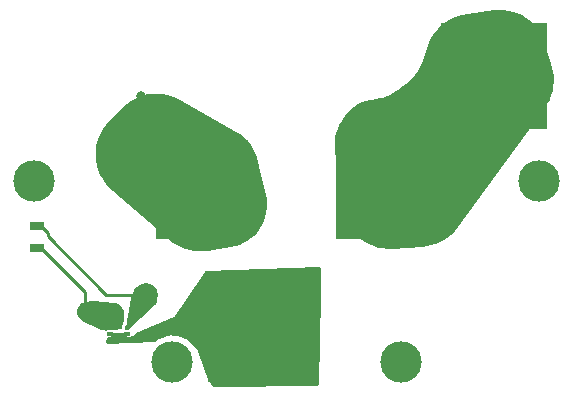
<source format=gbl>
G04 #@! TF.GenerationSoftware,KiCad,Pcbnew,(5.0.1)-3*
G04 #@! TF.CreationDate,2019-01-26T22:39:22-03:30*
G04 #@! TF.ProjectId,Battery Pack,42617474657279205061636B2E6B6963,rev?*
G04 #@! TF.SameCoordinates,Original*
G04 #@! TF.FileFunction,Copper,L2,Bot,Signal*
G04 #@! TF.FilePolarity,Positive*
%FSLAX46Y46*%
G04 Gerber Fmt 4.6, Leading zero omitted, Abs format (unit mm)*
G04 Created by KiCad (PCBNEW (5.0.1)-3) date 2019-01-26 10:39:22 PM*
%MOMM*%
%LPD*%
G01*
G04 APERTURE LIST*
G04 #@! TA.AperFunction,SMDPad,CuDef*
%ADD10R,7.620000X7.620000*%
G04 #@! TD*
G04 #@! TA.AperFunction,SMDPad,CuDef*
%ADD11R,9.000000X9.000000*%
G04 #@! TD*
G04 #@! TA.AperFunction,BGAPad,CuDef*
%ADD12C,2.000000*%
G04 #@! TD*
G04 #@! TA.AperFunction,SMDPad,CuDef*
%ADD13R,1.425000X0.720000*%
G04 #@! TD*
G04 #@! TA.AperFunction,SMDPad,CuDef*
%ADD14R,0.620000X0.200000*%
G04 #@! TD*
G04 #@! TA.AperFunction,SMDPad,CuDef*
%ADD15R,0.400000X0.300000*%
G04 #@! TD*
G04 #@! TA.AperFunction,SMDPad,CuDef*
%ADD16R,0.475000X0.300000*%
G04 #@! TD*
G04 #@! TA.AperFunction,ComponentPad*
%ADD17C,3.500000*%
G04 #@! TD*
G04 #@! TA.AperFunction,SMDPad,CuDef*
%ADD18R,1.300000X0.700000*%
G04 #@! TD*
G04 #@! TA.AperFunction,ViaPad*
%ADD19C,0.800000*%
G04 #@! TD*
G04 #@! TA.AperFunction,Conductor*
%ADD20C,0.250000*%
G04 #@! TD*
G04 #@! TA.AperFunction,Conductor*
%ADD21C,0.254000*%
G04 #@! TD*
G04 APERTURE END LIST*
D10*
G04 #@! TO.P,F1,2*
G04 #@! TO.N,Net-(BT1-Pad1)*
X92710000Y-105410000D03*
G04 #@! TO.P,F1,1*
G04 #@! TO.N,Net-(F1-Pad1)*
X107950000Y-105410000D03*
G04 #@! TD*
D11*
G04 #@! TO.P,P1,1*
G04 #@! TO.N,Net-(F1-Pad1)*
X117570000Y-95460000D03*
G04 #@! TD*
G04 #@! TO.P,P2,1*
G04 #@! TO.N,Net-(P2-Pad1)*
X97790000Y-116840000D03*
G04 #@! TD*
D12*
G04 #@! TO.P,P3,1*
G04 #@! TO.N,Net-(P3-Pad1)*
X88036400Y-113944400D03*
G04 #@! TD*
D13*
G04 #@! TO.P,Q1,1*
G04 #@! TO.N,Net-(P2-Pad1)*
X85750400Y-117507200D03*
D14*
G04 #@! TO.P,Q1,3*
G04 #@! TO.N,Net-(BT6-Pad1)*
X85750400Y-116797200D03*
D15*
X85037900Y-116797200D03*
D16*
G04 #@! TO.P,Q1,1*
G04 #@! TO.N,Net-(P2-Pad1)*
X85037900Y-117297200D03*
X85037900Y-117797200D03*
D15*
G04 #@! TO.P,Q1,2*
G04 #@! TO.N,Net-(P3-Pad1)*
X86462900Y-116797200D03*
D16*
G04 #@! TO.P,Q1,1*
G04 #@! TO.N,Net-(P2-Pad1)*
X86462900Y-117297200D03*
X86462900Y-117797200D03*
G04 #@! TD*
D17*
G04 #@! TO.P,REF\002A\002A,1*
G04 #@! TO.N,N/C*
X78620000Y-104310000D03*
G04 #@! TD*
G04 #@! TO.P,REF\002A\002A,1*
G04 #@! TO.N,N/C*
X90300000Y-119650000D03*
G04 #@! TD*
G04 #@! TO.P,REF\002A\002A,1*
G04 #@! TO.N,N/C*
X109700000Y-119650000D03*
G04 #@! TD*
G04 #@! TO.P,REF\002A\002A,1*
G04 #@! TO.N,N/C*
X121380000Y-104310000D03*
G04 #@! TD*
D18*
G04 #@! TO.P,R1,2*
G04 #@! TO.N,Net-(BT6-Pad1)*
X78870000Y-109990000D03*
G04 #@! TO.P,R1,1*
G04 #@! TO.N,Net-(P3-Pad1)*
X78870000Y-108090000D03*
G04 #@! TD*
D19*
G04 #@! TO.N,Net-(BT1-Pad1)*
X87630000Y-98425000D03*
X86995000Y-99695000D03*
X85725000Y-100965000D03*
X84455000Y-101600000D03*
X87630000Y-97155000D03*
G04 #@! TO.N,Net-(BT6-Pad1)*
X82910000Y-115050000D03*
X85220000Y-115830000D03*
X84130000Y-115380000D03*
G04 #@! TD*
D20*
G04 #@! TO.N,Net-(BT6-Pad1)*
X82890000Y-115120000D02*
X82890000Y-113710000D01*
X79170000Y-109990000D02*
X78870000Y-109990000D01*
X82890000Y-113710000D02*
X79170000Y-109990000D01*
G04 #@! TO.N,Net-(F1-Pad1)*
X113840000Y-95460000D02*
X117570000Y-95460000D01*
G04 #@! TO.N,Net-(P2-Pad1)*
X95250000Y-114300000D02*
X97790000Y-116840000D01*
G04 #@! TO.N,Net-(P3-Pad1)*
X88036400Y-113944400D02*
X84724400Y-113944400D01*
X84724400Y-113944400D02*
X79770000Y-108990000D01*
X79770000Y-108990000D02*
X79770000Y-108690000D01*
X79770000Y-108690000D02*
X79170000Y-108090000D01*
X79170000Y-108090000D02*
X78870000Y-108090000D01*
G04 #@! TD*
D21*
G04 #@! TO.N,Net-(BT1-Pad1)*
G36*
X89388047Y-97027744D02*
X89771066Y-97092673D01*
X90145638Y-97195643D01*
X90508025Y-97335625D01*
X90857390Y-97512638D01*
X95569656Y-100205362D01*
X95908305Y-100422759D01*
X96220211Y-100671806D01*
X96504825Y-100951631D01*
X96759125Y-101259259D01*
X96980421Y-101591442D01*
X97166347Y-101944627D01*
X97314937Y-102315078D01*
X97425508Y-102702003D01*
X98066992Y-105481764D01*
X98130058Y-105836829D01*
X98156395Y-106193247D01*
X98146292Y-106550483D01*
X98099858Y-106904829D01*
X98017571Y-107252617D01*
X97900293Y-107590210D01*
X97749245Y-107914090D01*
X97565983Y-108220923D01*
X97352432Y-108507482D01*
X97110809Y-108770797D01*
X96843610Y-109008143D01*
X96553635Y-109217037D01*
X96243894Y-109395308D01*
X95917603Y-109541105D01*
X95578154Y-109652914D01*
X95225935Y-109730259D01*
X93277847Y-110054940D01*
X92899119Y-110099187D01*
X92520982Y-110106224D01*
X92143967Y-110076346D01*
X91771654Y-110009835D01*
X91407618Y-109907331D01*
X91055295Y-109769799D01*
X90718091Y-109598572D01*
X90399179Y-109395260D01*
X90099187Y-109159904D01*
X85247002Y-104954677D01*
X84958161Y-104677160D01*
X84701379Y-104373998D01*
X84477000Y-104046113D01*
X84287400Y-103696977D01*
X84134568Y-103330256D01*
X84020105Y-102949787D01*
X83945230Y-102559615D01*
X83910719Y-102163811D01*
X83916942Y-101766563D01*
X83963830Y-101372042D01*
X84050892Y-100984396D01*
X84177208Y-100607716D01*
X84341457Y-100245945D01*
X84541896Y-99902923D01*
X84776430Y-99582233D01*
X85044766Y-99284840D01*
X86192208Y-98137398D01*
X86482707Y-97874681D01*
X86795474Y-97644293D01*
X87129764Y-97446391D01*
X87482199Y-97282972D01*
X87849227Y-97155685D01*
X88227161Y-97065807D01*
X88612193Y-97014245D01*
X89000468Y-97001514D01*
X89388047Y-97027744D01*
X89388047Y-97027744D01*
G37*
X89388047Y-97027744D02*
X89771066Y-97092673D01*
X90145638Y-97195643D01*
X90508025Y-97335625D01*
X90857390Y-97512638D01*
X95569656Y-100205362D01*
X95908305Y-100422759D01*
X96220211Y-100671806D01*
X96504825Y-100951631D01*
X96759125Y-101259259D01*
X96980421Y-101591442D01*
X97166347Y-101944627D01*
X97314937Y-102315078D01*
X97425508Y-102702003D01*
X98066992Y-105481764D01*
X98130058Y-105836829D01*
X98156395Y-106193247D01*
X98146292Y-106550483D01*
X98099858Y-106904829D01*
X98017571Y-107252617D01*
X97900293Y-107590210D01*
X97749245Y-107914090D01*
X97565983Y-108220923D01*
X97352432Y-108507482D01*
X97110809Y-108770797D01*
X96843610Y-109008143D01*
X96553635Y-109217037D01*
X96243894Y-109395308D01*
X95917603Y-109541105D01*
X95578154Y-109652914D01*
X95225935Y-109730259D01*
X93277847Y-110054940D01*
X92899119Y-110099187D01*
X92520982Y-110106224D01*
X92143967Y-110076346D01*
X91771654Y-110009835D01*
X91407618Y-109907331D01*
X91055295Y-109769799D01*
X90718091Y-109598572D01*
X90399179Y-109395260D01*
X90099187Y-109159904D01*
X85247002Y-104954677D01*
X84958161Y-104677160D01*
X84701379Y-104373998D01*
X84477000Y-104046113D01*
X84287400Y-103696977D01*
X84134568Y-103330256D01*
X84020105Y-102949787D01*
X83945230Y-102559615D01*
X83910719Y-102163811D01*
X83916942Y-101766563D01*
X83963830Y-101372042D01*
X84050892Y-100984396D01*
X84177208Y-100607716D01*
X84341457Y-100245945D01*
X84541896Y-99902923D01*
X84776430Y-99582233D01*
X85044766Y-99284840D01*
X86192208Y-98137398D01*
X86482707Y-97874681D01*
X86795474Y-97644293D01*
X87129764Y-97446391D01*
X87482199Y-97282972D01*
X87849227Y-97155685D01*
X88227161Y-97065807D01*
X88612193Y-97014245D01*
X89000468Y-97001514D01*
X89388047Y-97027744D01*
G04 #@! TO.N,Net-(F1-Pad1)*
G36*
X118301403Y-89941155D02*
X118689934Y-89991419D01*
X119071414Y-90080683D01*
X119441925Y-90208032D01*
X119797656Y-90372153D01*
X120135000Y-90571385D01*
X120450487Y-90803676D01*
X120740886Y-91066648D01*
X121003241Y-91357625D01*
X121234847Y-91673609D01*
X121433343Y-92011373D01*
X121596704Y-92367476D01*
X121724283Y-92741280D01*
X122275814Y-94671638D01*
X122364868Y-95055820D01*
X122414307Y-95443824D01*
X122424357Y-95834848D01*
X122394911Y-96224903D01*
X122326275Y-96609974D01*
X122219141Y-96986180D01*
X122074612Y-97349642D01*
X121894148Y-97696691D01*
X121677848Y-98026433D01*
X114290466Y-108135483D01*
X114051287Y-108431364D01*
X113786626Y-108700349D01*
X113497027Y-108942313D01*
X113185266Y-109154934D01*
X112854287Y-109336208D01*
X112507245Y-109484406D01*
X112147420Y-109598128D01*
X111778233Y-109676290D01*
X111400128Y-109718493D01*
X108883488Y-109875784D01*
X108492317Y-109880597D01*
X108105786Y-109846519D01*
X107724611Y-109773936D01*
X107352604Y-109663573D01*
X106993516Y-109516540D01*
X106650934Y-109334308D01*
X106328313Y-109118715D01*
X106028888Y-108871921D01*
X105755652Y-108596395D01*
X105511365Y-108294919D01*
X105298475Y-107970515D01*
X105119109Y-107626422D01*
X104975077Y-107266115D01*
X104867823Y-106893204D01*
X104797853Y-106508299D01*
X104175618Y-101737828D01*
X104144913Y-101360620D01*
X104150822Y-100985292D01*
X104193038Y-100612304D01*
X104271169Y-100245139D01*
X104384472Y-99887281D01*
X104531889Y-99542067D01*
X104712038Y-99212740D01*
X104923218Y-98902408D01*
X105163450Y-98613977D01*
X105430483Y-98350153D01*
X105721796Y-98113423D01*
X106034657Y-97906011D01*
X106366136Y-97729855D01*
X106715969Y-97585439D01*
X106915338Y-97514236D01*
X107094874Y-97521314D01*
X107152777Y-97517933D01*
X107210731Y-97515360D01*
X107219568Y-97514032D01*
X107924136Y-97403166D01*
X107980267Y-97388605D01*
X108036630Y-97374821D01*
X108045041Y-97371802D01*
X108714656Y-97126196D01*
X108766865Y-97101022D01*
X108819501Y-97076542D01*
X108827165Y-97071947D01*
X109436322Y-96700957D01*
X109482692Y-96666088D01*
X109529526Y-96631883D01*
X109536152Y-96625887D01*
X109801257Y-96382602D01*
X110073905Y-96201157D01*
X110083880Y-96193792D01*
X110386335Y-95946768D01*
X110395543Y-95938465D01*
X110672469Y-95663126D01*
X110680824Y-95653966D01*
X110929582Y-95352936D01*
X110937004Y-95343004D01*
X111155222Y-95019151D01*
X111161641Y-95008542D01*
X111347240Y-94664954D01*
X111352593Y-94653771D01*
X111503803Y-94293723D01*
X111506064Y-94287948D01*
X112058360Y-92769132D01*
X112209554Y-92410193D01*
X112394232Y-92070896D01*
X112611796Y-91751679D01*
X112860076Y-91455730D01*
X113136606Y-91185984D01*
X113438624Y-90945138D01*
X113763152Y-90735564D01*
X114106932Y-90559370D01*
X114466556Y-90418299D01*
X114838442Y-90313759D01*
X115222033Y-90246234D01*
X117515836Y-89959508D01*
X117909774Y-89930402D01*
X118301403Y-89941155D01*
X118301403Y-89941155D01*
G37*
X118301403Y-89941155D02*
X118689934Y-89991419D01*
X119071414Y-90080683D01*
X119441925Y-90208032D01*
X119797656Y-90372153D01*
X120135000Y-90571385D01*
X120450487Y-90803676D01*
X120740886Y-91066648D01*
X121003241Y-91357625D01*
X121234847Y-91673609D01*
X121433343Y-92011373D01*
X121596704Y-92367476D01*
X121724283Y-92741280D01*
X122275814Y-94671638D01*
X122364868Y-95055820D01*
X122414307Y-95443824D01*
X122424357Y-95834848D01*
X122394911Y-96224903D01*
X122326275Y-96609974D01*
X122219141Y-96986180D01*
X122074612Y-97349642D01*
X121894148Y-97696691D01*
X121677848Y-98026433D01*
X114290466Y-108135483D01*
X114051287Y-108431364D01*
X113786626Y-108700349D01*
X113497027Y-108942313D01*
X113185266Y-109154934D01*
X112854287Y-109336208D01*
X112507245Y-109484406D01*
X112147420Y-109598128D01*
X111778233Y-109676290D01*
X111400128Y-109718493D01*
X108883488Y-109875784D01*
X108492317Y-109880597D01*
X108105786Y-109846519D01*
X107724611Y-109773936D01*
X107352604Y-109663573D01*
X106993516Y-109516540D01*
X106650934Y-109334308D01*
X106328313Y-109118715D01*
X106028888Y-108871921D01*
X105755652Y-108596395D01*
X105511365Y-108294919D01*
X105298475Y-107970515D01*
X105119109Y-107626422D01*
X104975077Y-107266115D01*
X104867823Y-106893204D01*
X104797853Y-106508299D01*
X104175618Y-101737828D01*
X104144913Y-101360620D01*
X104150822Y-100985292D01*
X104193038Y-100612304D01*
X104271169Y-100245139D01*
X104384472Y-99887281D01*
X104531889Y-99542067D01*
X104712038Y-99212740D01*
X104923218Y-98902408D01*
X105163450Y-98613977D01*
X105430483Y-98350153D01*
X105721796Y-98113423D01*
X106034657Y-97906011D01*
X106366136Y-97729855D01*
X106715969Y-97585439D01*
X106915338Y-97514236D01*
X107094874Y-97521314D01*
X107152777Y-97517933D01*
X107210731Y-97515360D01*
X107219568Y-97514032D01*
X107924136Y-97403166D01*
X107980267Y-97388605D01*
X108036630Y-97374821D01*
X108045041Y-97371802D01*
X108714656Y-97126196D01*
X108766865Y-97101022D01*
X108819501Y-97076542D01*
X108827165Y-97071947D01*
X109436322Y-96700957D01*
X109482692Y-96666088D01*
X109529526Y-96631883D01*
X109536152Y-96625887D01*
X109801257Y-96382602D01*
X110073905Y-96201157D01*
X110083880Y-96193792D01*
X110386335Y-95946768D01*
X110395543Y-95938465D01*
X110672469Y-95663126D01*
X110680824Y-95653966D01*
X110929582Y-95352936D01*
X110937004Y-95343004D01*
X111155222Y-95019151D01*
X111161641Y-95008542D01*
X111347240Y-94664954D01*
X111352593Y-94653771D01*
X111503803Y-94293723D01*
X111506064Y-94287948D01*
X112058360Y-92769132D01*
X112209554Y-92410193D01*
X112394232Y-92070896D01*
X112611796Y-91751679D01*
X112860076Y-91455730D01*
X113136606Y-91185984D01*
X113438624Y-90945138D01*
X113763152Y-90735564D01*
X114106932Y-90559370D01*
X114466556Y-90418299D01*
X114838442Y-90313759D01*
X115222033Y-90246234D01*
X117515836Y-89959508D01*
X117909774Y-89930402D01*
X118301403Y-89941155D01*
G04 #@! TO.N,Net-(P2-Pad1)*
G36*
X102692200Y-113943549D02*
X102592252Y-121489600D01*
X93747356Y-121588981D01*
X93283027Y-120799622D01*
X92474351Y-118474678D01*
X92449254Y-118431950D01*
X92416296Y-118405504D01*
X92350899Y-118369003D01*
X92321905Y-118299006D01*
X91650994Y-117628095D01*
X90774406Y-117265000D01*
X90372893Y-117265000D01*
X90231896Y-117186304D01*
X90184746Y-117171059D01*
X90135351Y-117175018D01*
X90106990Y-117186933D01*
X89970373Y-117265000D01*
X89825594Y-117265000D01*
X88949006Y-117628095D01*
X88783040Y-117794061D01*
X84738346Y-117975845D01*
X84815479Y-117590180D01*
X84837900Y-117594640D01*
X85237900Y-117594640D01*
X85485665Y-117545357D01*
X85486738Y-117544640D01*
X86014062Y-117544640D01*
X86015135Y-117545357D01*
X86262900Y-117594640D01*
X86662900Y-117594640D01*
X86910665Y-117545357D01*
X87120709Y-117405009D01*
X87187146Y-117305580D01*
X90577500Y-115787511D01*
X90630831Y-115742702D01*
X93134940Y-112036621D01*
X102692200Y-111638402D01*
X102692200Y-113943549D01*
X102692200Y-113943549D01*
G37*
X102692200Y-113943549D02*
X102592252Y-121489600D01*
X93747356Y-121588981D01*
X93283027Y-120799622D01*
X92474351Y-118474678D01*
X92449254Y-118431950D01*
X92416296Y-118405504D01*
X92350899Y-118369003D01*
X92321905Y-118299006D01*
X91650994Y-117628095D01*
X90774406Y-117265000D01*
X90372893Y-117265000D01*
X90231896Y-117186304D01*
X90184746Y-117171059D01*
X90135351Y-117175018D01*
X90106990Y-117186933D01*
X89970373Y-117265000D01*
X89825594Y-117265000D01*
X88949006Y-117628095D01*
X88783040Y-117794061D01*
X84738346Y-117975845D01*
X84815479Y-117590180D01*
X84837900Y-117594640D01*
X85237900Y-117594640D01*
X85485665Y-117545357D01*
X85486738Y-117544640D01*
X86014062Y-117544640D01*
X86015135Y-117545357D01*
X86262900Y-117594640D01*
X86662900Y-117594640D01*
X86910665Y-117545357D01*
X87120709Y-117405009D01*
X87187146Y-117305580D01*
X90577500Y-115787511D01*
X90630831Y-115742702D01*
X93134940Y-112036621D01*
X102692200Y-111638402D01*
X102692200Y-113943549D01*
G04 #@! TO.N,Net-(P3-Pad1)*
G36*
X88668194Y-113780833D02*
X88803308Y-114583069D01*
X86455254Y-116737867D01*
X86444785Y-116736297D01*
X86444785Y-116697200D01*
X86438590Y-116666053D01*
X86511665Y-116238719D01*
X86523978Y-116176463D01*
X86529635Y-116136994D01*
X86530268Y-116129931D01*
X86862059Y-114189677D01*
X87257306Y-113390399D01*
X88668194Y-113780833D01*
X88668194Y-113780833D01*
G37*
X88668194Y-113780833D02*
X88803308Y-114583069D01*
X86455254Y-116737867D01*
X86444785Y-116736297D01*
X86444785Y-116697200D01*
X86438590Y-116666053D01*
X86511665Y-116238719D01*
X86523978Y-116176463D01*
X86529635Y-116136994D01*
X86530268Y-116129931D01*
X86862059Y-114189677D01*
X87257306Y-113390399D01*
X88668194Y-113780833D01*
G04 #@! TO.N,Net-(BT6-Pad1)*
G36*
X83653172Y-114519384D02*
X85292825Y-114711941D01*
X85463073Y-114748827D01*
X85617438Y-114815237D01*
X85756206Y-114910010D01*
X85874228Y-115029627D01*
X85967127Y-115169653D01*
X86031458Y-115324899D01*
X86064830Y-115489588D01*
X86066052Y-115663790D01*
X86028251Y-116085271D01*
X85994970Y-116253547D01*
X85929762Y-116404867D01*
X85834230Y-116539108D01*
X85712625Y-116650295D01*
X85570385Y-116733455D01*
X85464093Y-116768376D01*
X84800400Y-116768376D01*
X84726495Y-116775655D01*
X84655430Y-116797212D01*
X84645430Y-116802557D01*
X84453059Y-116781414D01*
X84266037Y-116717688D01*
X82814820Y-116038255D01*
X82652240Y-115939073D01*
X82520251Y-115811705D01*
X82419210Y-115658624D01*
X82353980Y-115487197D01*
X82327713Y-115305783D01*
X82338411Y-115168482D01*
X82379215Y-115037065D01*
X82448104Y-114917949D01*
X82541662Y-114817043D01*
X82655241Y-114739361D01*
X82789847Y-114686129D01*
X83310866Y-114544767D01*
X83480806Y-114515688D01*
X83653172Y-114519384D01*
X83653172Y-114519384D01*
G37*
X83653172Y-114519384D02*
X85292825Y-114711941D01*
X85463073Y-114748827D01*
X85617438Y-114815237D01*
X85756206Y-114910010D01*
X85874228Y-115029627D01*
X85967127Y-115169653D01*
X86031458Y-115324899D01*
X86064830Y-115489588D01*
X86066052Y-115663790D01*
X86028251Y-116085271D01*
X85994970Y-116253547D01*
X85929762Y-116404867D01*
X85834230Y-116539108D01*
X85712625Y-116650295D01*
X85570385Y-116733455D01*
X85464093Y-116768376D01*
X84800400Y-116768376D01*
X84726495Y-116775655D01*
X84655430Y-116797212D01*
X84645430Y-116802557D01*
X84453059Y-116781414D01*
X84266037Y-116717688D01*
X82814820Y-116038255D01*
X82652240Y-115939073D01*
X82520251Y-115811705D01*
X82419210Y-115658624D01*
X82353980Y-115487197D01*
X82327713Y-115305783D01*
X82338411Y-115168482D01*
X82379215Y-115037065D01*
X82448104Y-114917949D01*
X82541662Y-114817043D01*
X82655241Y-114739361D01*
X82789847Y-114686129D01*
X83310866Y-114544767D01*
X83480806Y-114515688D01*
X83653172Y-114519384D01*
G04 #@! TD*
M02*

</source>
